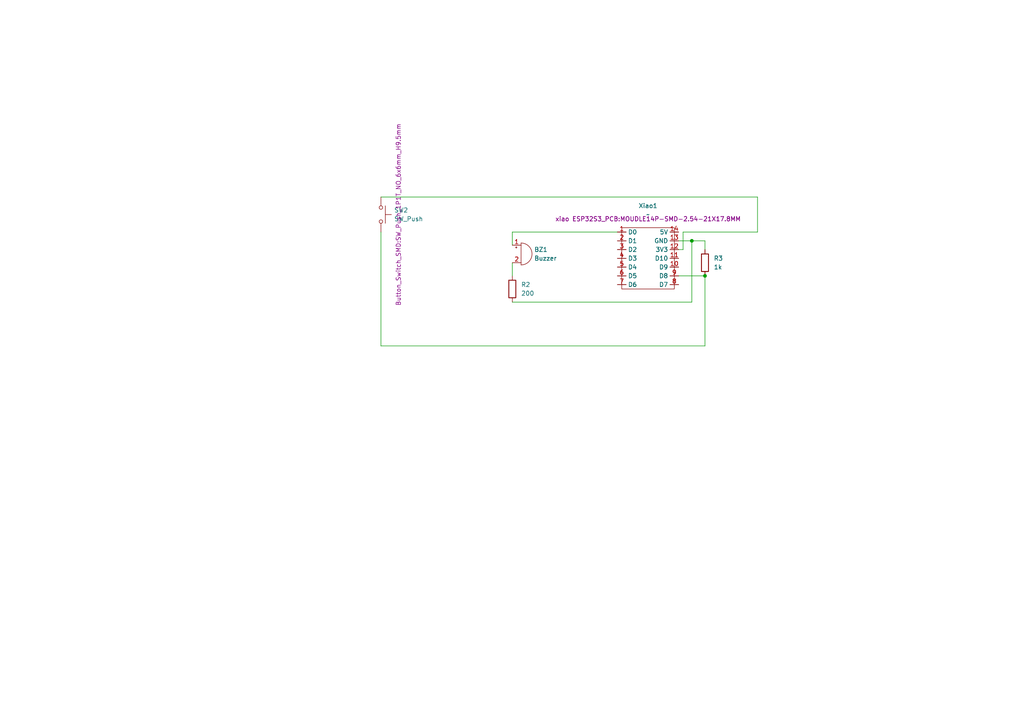
<source format=kicad_sch>
(kicad_sch (version 20231120) (generator "eeschema") (generator_version "8.0")
  (paper "A4")
  (lib_symbols
    (symbol "196ece:xiaos3sense"
      (property "Reference" "Xiao" (at -0.254 2.794 0))
      (property "Footprint" "xiao ESP32S3_PCB:MOUDLE14P-SMD-2.54-21X17.8MM" (at 2.54 5.588 0))
      (symbol "xiaos3sense_0_1"
        (rectangle (start -1.27 2.54) (end 13.97 -15.24))
      )
      (symbol "xiaos3sense_1_1"
        (pin input line (at -2.54 1.27 0) (length 2.54) (name "D0") (number "1"))
        (pin input line (at 15.24 -8.89 180) (length 2.54) (name "D9") (number "10"))
        (pin input line (at 15.24 -6.35 180) (length 2.54) (name "D10") (number "11"))
        (pin power_out line (at 15.24 -3.81 180) (length 2.54) (name "3V3") (number "12"))
        (pin power_in line (at 15.24 -1.27 180) (length 2.54) (name "GND") (number "13"))
        (pin power_in line (at 15.24 1.27 180) (length 2.54) (name "5V") (number "14"))
        (pin input line (at -2.54 -1.27 0) (length 2.54) (name "D1") (number "2"))
        (pin input line (at -2.54 -3.81 0) (length 2.54) (name "D2") (number "3"))
        (pin input line (at -2.54 -6.35 0) (length 2.54) (name "D3") (number "4"))
        (pin input line (at -2.54 -8.89 0) (length 2.54) (name "D4") (number "5"))
        (pin input line (at -2.54 -11.43 0) (length 2.54) (name "D5") (number "6"))
        (pin input line (at -2.54 -13.97 0) (length 2.54) (name "D6") (number "7"))
        (pin input line (at 15.24 -13.97 180) (length 2.54) (name "D7") (number "8"))
        (pin input line (at 15.24 -11.43 180) (length 2.54) (name "D8") (number "9"))
      )
    )
    (symbol "Device:Buzzer" (pin_names (offset 0.0254) hide)
      (property "Reference" "BZ" (at 3.81 1.27 0))
      (property "Value" "Buzzer" (at 3.81 -1.27 0))
      (symbol "Buzzer_0_1"
        (arc (start 0 -3.175) (mid 3.1612 0) (end 0 3.175))
        (polyline (pts (xy -1.651 1.905) (xy -1.143 1.905)))
        (polyline (pts (xy -1.397 2.159) (xy -1.397 1.651)))
        (polyline (pts (xy 0 3.175) (xy 0 -3.175)))
      )
      (symbol "Buzzer_1_1"
        (pin passive line (at -2.54 2.54 0) (length 2.54) (name "+") (number "1"))
        (pin passive line (at -2.54 -2.54 0) (length 2.54) (name "-") (number "2"))
      )
    )
    (symbol "Device:R" (pin_numbers hide) (pin_names (offset 0))
      (property "Reference" "R" (at 2.032 0 90))
      (property "Value" "R" (at 0 0 90))
      (symbol "R_0_1"
        (rectangle (start -1.016 -2.54) (end 1.016 2.54) (stroke (width 0.254)))
      )
      (symbol "R_1_1"
        (pin passive line (at 0 3.81 270) (length 1.27) (name "~") (number "1"))
        (pin passive line (at 0 -3.81 90) (length 1.27) (name "~") (number "2"))
      )
    )
    (symbol "Switch:SW_Push" (pin_numbers hide) (pin_names (offset 1.016) hide)
      (property "Reference" "SW" (at 1.27 2.54 0))
      (property "Value" "SW_Push" (at 0 -1.524 0))
      (symbol "SW_Push_0_1"
        (circle (center -2.032 0) (radius 0.508))
        (polyline (pts (xy 0 1.27) (xy 0 3.048)))
        (polyline (pts (xy 2.54 1.27) (xy -2.54 1.27)))
        (circle (center 2.032 0) (radius 0.508))
        (pin passive line (at -5.08 0 0) (length 2.54) (name "1") (number "1"))
        (pin passive line (at 5.08 0 180) (length 2.54) (name "2") (number "2"))
      )
    )
  )
  (junction (at 200.66 69.85))
  (junction (at 204.47 80.01))
  (wire (pts (xy 204.47 69.85) (xy 200.66 69.85)))
  (wire (pts (xy 148.59 67.31) (xy 179.07 67.31)))
  (wire (pts (xy 219.71 67.31) (xy 198.12 67.31)))
  (wire (pts (xy 110.49 67.31) (xy 110.49 100.33)))
  (wire (pts (xy 200.66 69.85) (xy 200.66 87.63)))
  (wire (pts (xy 219.71 57.15) (xy 219.71 67.31)))
  (wire (pts (xy 148.59 87.63) (xy 200.66 87.63)))
  (wire (pts (xy 204.47 100.33) (xy 204.47 80.01)))
  (wire (pts (xy 148.59 76.2) (xy 148.59 80.01)))
  (wire (pts (xy 198.12 67.31) (xy 198.12 72.39)))
  (wire (pts (xy 204.47 100.33) (xy 110.49 100.33)))
  (wire (pts (xy 196.85 80.01) (xy 204.47 80.01)))
  (wire (pts (xy 198.12 72.39) (xy 196.85 72.39)))
  (wire (pts (xy 110.49 57.15) (xy 219.71 57.15)))
  (wire (pts (xy 200.66 69.85) (xy 196.85 69.85)))
  (wire (pts (xy 204.47 72.39) (xy 204.47 69.85)))
  (wire (pts (xy 148.59 71.12) (xy 148.59 67.31)))
  (symbol (lib_id "Device:Buzzer") (at 151.13 73.66 0) (unit 1)
    (property "Reference" "BZ1" (at 154.94 72.3899 0) (effects (justify left)))
    (property "Value" "Buzzer" (at 154.94 74.9299 0) (effects (justify left)))
    (property "Footprint" "Buzzer_Beeper:Buzzer_15x7.5RM7.6" (effects (hide yes)))
    (property "Description" "Buzzer, polarized" (effects (hide yes)))
  )
  (symbol (lib_id "Switch:SW_Push") (at 110.49 62.23 270) (unit 1)
    (property "Reference" "SW2" (at 114.3 60.9599 90) (effects (justify left)))
    (property "Value" "SW_Push" (at 114.3 63.4999 90) (effects (justify left)))
    (property "Footprint" "Button_Switch_SMD:SW_Push_1P1T_NO_6x6mm_H9.5mm" (at 115.57 62.23 0))
    (property "Description" "Push button switch, generic, two pins" (effects (hide yes)))
  )
  (symbol (lib_id "Device:R") (at 148.59 83.82 0) (unit 1)
    (property "Reference" "R2" (at 151.13 82.5499 0) (effects (justify left)))
    (property "Value" "200" (at 151.13 85.0899 0) (effects (justify left)))
    (property "Footprint" "Resistor_THT:R_Axial_DIN0207_L6.3mm_D2.5mm_P7.62mm_Horizontal" (effects (hide yes)))
    (property "Description" "Resistor" (effects (hide yes)))
  )
  (symbol (lib_id "Device:R") (at 204.47 76.2 180) (unit 1)
    (property "Reference" "R3" (at 207.01 74.9299 0) (effects (justify right)))
    (property "Value" "1k" (at 207.01 77.4699 0) (effects (justify right)))
    (property "Footprint" "Resistor_THT:R_Axial_DIN0207_L6.3mm_D2.5mm_P15.24mm_Horizontal" (effects (hide yes)))
    (property "Description" "Resistor" (effects (hide yes)))
  )
  (symbol (lib_id "196ece:xiaos3sense") (at 181.61 68.58 0) (unit 1)
    (property "Reference" "Xiao1" (at 187.96 59.69 0))
    (property "Value" "~" (at 187.96 62.23 0))
    (property "Footprint" "xiao ESP32S3_PCB:MOUDLE14P-SMD-2.54-21X17.8MM" (at 187.96 63.5 0))
  )
)
</source>
